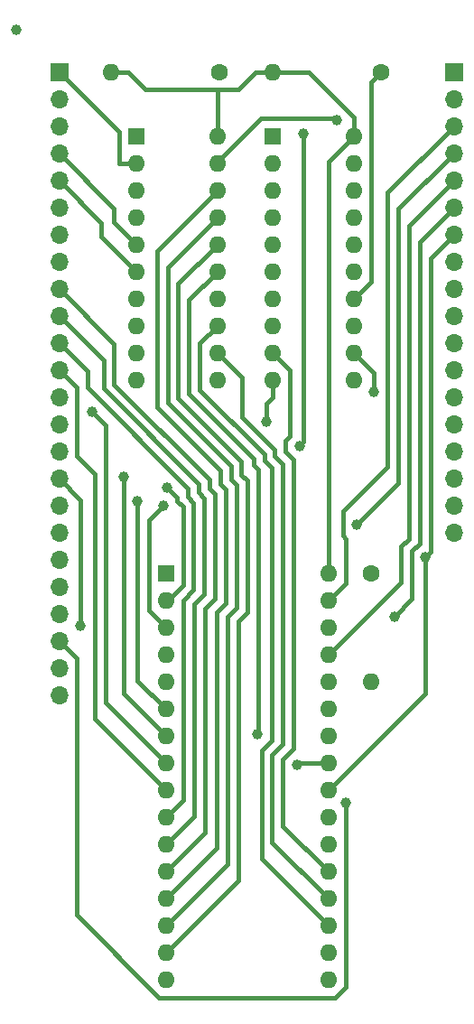
<source format=gbr>
%TF.GenerationSoftware,KiCad,Pcbnew,7.0.2*%
%TF.CreationDate,2023-06-04T09:31:09+01:00*%
%TF.ProjectId,RIO-128K_ZXspectrum_impl_narrow,52494f2d-3132-4384-9b5f-5a5873706563,rev?*%
%TF.SameCoordinates,PX69db9c0PY3ef1480*%
%TF.FileFunction,Copper,L2,Bot*%
%TF.FilePolarity,Positive*%
%FSLAX46Y46*%
G04 Gerber Fmt 4.6, Leading zero omitted, Abs format (unit mm)*
G04 Created by KiCad (PCBNEW 7.0.2) date 2023-06-04 09:31:09*
%MOMM*%
%LPD*%
G01*
G04 APERTURE LIST*
%TA.AperFunction,ComponentPad*%
%ADD10R,1.600000X1.600000*%
%TD*%
%TA.AperFunction,ComponentPad*%
%ADD11O,1.600000X1.600000*%
%TD*%
%TA.AperFunction,ComponentPad*%
%ADD12C,1.600000*%
%TD*%
%TA.AperFunction,ComponentPad*%
%ADD13R,1.700000X1.700000*%
%TD*%
%TA.AperFunction,ComponentPad*%
%ADD14O,1.700000X1.700000*%
%TD*%
%TA.AperFunction,ViaPad*%
%ADD15C,1.000000*%
%TD*%
%TA.AperFunction,Conductor*%
%ADD16C,0.400000*%
%TD*%
G04 APERTURE END LIST*
D10*
%TO.P,RIO_DECODER1,1,A->B*%
%TO.N,Net-(RIO_DECODER1-A->B)*%
X24000000Y-10000000D03*
D11*
%TO.P,RIO_DECODER1,2,A0*%
%TO.N,/RIO-128K_ZXspectrum/ROM_D0*%
X24000000Y-12540000D03*
%TO.P,RIO_DECODER1,3,A1*%
%TO.N,/RIO-128K_ZXspectrum/ROM_D1*%
X24000000Y-15080000D03*
%TO.P,RIO_DECODER1,4,A2*%
%TO.N,/RIO-128K_ZXspectrum/ROM_D2*%
X24000000Y-17620000D03*
%TO.P,RIO_DECODER1,5,A3*%
%TO.N,/RIO-128K_ZXspectrum/ROM_D3*%
X24000000Y-20160000D03*
%TO.P,RIO_DECODER1,6,A4*%
%TO.N,/RIO-128K_ZXspectrum/ROM_D4*%
X24000000Y-22700000D03*
%TO.P,RIO_DECODER1,7,A5*%
%TO.N,/RIO-128K_ZXspectrum/ROM_D5*%
X24000000Y-25240000D03*
%TO.P,RIO_DECODER1,8,A6*%
%TO.N,/RIO-128K_ZXspectrum/ROM_D6*%
X24000000Y-27780000D03*
%TO.P,RIO_DECODER1,9,A7*%
%TO.N,/RIO-128K_ZXspectrum/ROM_D7*%
X24000000Y-30320000D03*
%TO.P,RIO_DECODER1,10,GND*%
%TO.N,GND*%
X24000000Y-32860000D03*
%TO.P,RIO_DECODER1,11,B7*%
%TO.N,/RIO-128K_ZXspectrum/Z80_HARDLOCK_SET*%
X31620000Y-32860000D03*
%TO.P,RIO_DECODER1,12,B6*%
%TO.N,/RIO-128K_ZXspectrum/Z80_HARDLOCK_RESET*%
X31620000Y-30320000D03*
%TO.P,RIO_DECODER1,13,B5*%
%TO.N,/RIO-128K_ZXspectrum/WAIT_IO*%
X31620000Y-27780000D03*
%TO.P,RIO_DECODER1,14,B4*%
%TO.N,/RIO-128K_ZXspectrum/CACHE_DATASTATUS*%
X31620000Y-25240000D03*
%TO.P,RIO_DECODER1,15,B3*%
%TO.N,/RIO-128K_ZXspectrum/CACHE_SEL_3*%
X31620000Y-22700000D03*
%TO.P,RIO_DECODER1,16,B2*%
%TO.N,/RIO-128K_ZXspectrum/CACHE_SEL_2*%
X31620000Y-20160000D03*
%TO.P,RIO_DECODER1,17,B1*%
%TO.N,/RIO-128K_ZXspectrum/CACHE_SEL_1*%
X31620000Y-17620000D03*
%TO.P,RIO_DECODER1,18,B0*%
%TO.N,/RIO-128K_ZXspectrum/CACHE_SEL_0*%
X31620000Y-15080000D03*
%TO.P,RIO_DECODER1,19,CE*%
%TO.N,/RIO-128K_ZXspectrum/PERM_Z80_IORQ*%
X31620000Y-12540000D03*
%TO.P,RIO_DECODER1,20,VCC*%
%TO.N,+5V*%
X31620000Y-10000000D03*
%TD*%
D12*
%TO.P,R3,1*%
%TO.N,/RIO-128K_ZXspectrum/CACHE_DATASTATUS*%
X34160000Y-4000000D03*
D11*
%TO.P,R3,2*%
%TO.N,+5V*%
X24000000Y-4000000D03*
%TD*%
D10*
%TO.P,RIO1,1,NC*%
%TO.N,unconnected-(RIO1-NC-Pad1)*%
X14000000Y-51000000D03*
D11*
%TO.P,RIO1,2,A16*%
%TO.N,/RIO-128K_ZXspectrum/RIO_CONTROL.A16*%
X14000000Y-53540000D03*
%TO.P,RIO1,3,A14*%
%TO.N,/RIO-128K_ZXspectrum/RIO_CONTROL.A14*%
X14000000Y-56080000D03*
%TO.P,RIO1,4,A12*%
%TO.N,/RIO-128K_ZXspectrum/Z80_A12*%
X14000000Y-58620000D03*
%TO.P,RIO1,5,A7*%
%TO.N,/RIO-128K_ZXspectrum/Z80_A7*%
X14000000Y-61160000D03*
%TO.P,RIO1,6,A6*%
%TO.N,/RIO-128K_ZXspectrum/Z80_A6*%
X14000000Y-63700000D03*
%TO.P,RIO1,7,A5*%
%TO.N,/RIO-128K_ZXspectrum/Z80_A5*%
X14000000Y-66240000D03*
%TO.P,RIO1,8,A4*%
%TO.N,/RIO-128K_ZXspectrum/Z80_A4*%
X14000000Y-68780000D03*
%TO.P,RIO1,9,A3*%
%TO.N,/RIO-128K_ZXspectrum/Z80_A3*%
X14000000Y-71320000D03*
%TO.P,RIO1,10,A2*%
%TO.N,/RIO-128K_ZXspectrum/Z80_A2*%
X14000000Y-73860000D03*
%TO.P,RIO1,11,A1*%
%TO.N,/RIO-128K_ZXspectrum/Z80_A1*%
X14000000Y-76400000D03*
%TO.P,RIO1,12,A0*%
%TO.N,/RIO-128K_ZXspectrum/Z80_A0*%
X14000000Y-78940000D03*
%TO.P,RIO1,13,DQ0*%
%TO.N,/RIO-128K_ZXspectrum/ROM_D0*%
X14000000Y-81480000D03*
%TO.P,RIO1,14,DQ1*%
%TO.N,/RIO-128K_ZXspectrum/ROM_D1*%
X14000000Y-84020000D03*
%TO.P,RIO1,15,DQ2*%
%TO.N,/RIO-128K_ZXspectrum/ROM_D2*%
X14000000Y-86560000D03*
%TO.P,RIO1,16,VSS*%
%TO.N,GND*%
X14000000Y-89100000D03*
%TO.P,RIO1,17,DQ3*%
%TO.N,/RIO-128K_ZXspectrum/ROM_D3*%
X29240000Y-89100000D03*
%TO.P,RIO1,18,DQ4*%
%TO.N,/RIO-128K_ZXspectrum/ROM_D4*%
X29240000Y-86560000D03*
%TO.P,RIO1,19,DQ5*%
%TO.N,/RIO-128K_ZXspectrum/ROM_D5*%
X29240000Y-84020000D03*
%TO.P,RIO1,20,DQ6*%
%TO.N,/RIO-128K_ZXspectrum/ROM_D6*%
X29240000Y-81480000D03*
%TO.P,RIO1,21,DQ7*%
%TO.N,/RIO-128K_ZXspectrum/ROM_D7*%
X29240000Y-78940000D03*
%TO.P,RIO1,22,CE#*%
%TO.N,/RIO-128K_ZXspectrum/RIO_CONTROL.CE*%
X29240000Y-76400000D03*
%TO.P,RIO1,23,A10*%
%TO.N,/RIO-128K_ZXspectrum/Z80_A10*%
X29240000Y-73860000D03*
%TO.P,RIO1,24,OE#*%
%TO.N,/RIO-128K_ZXspectrum/RIO_CONTROL.OE*%
X29240000Y-71320000D03*
%TO.P,RIO1,25,A11*%
%TO.N,/RIO-128K_ZXspectrum/Z80_A11*%
X29240000Y-68780000D03*
%TO.P,RIO1,26,A9*%
%TO.N,/RIO-128K_ZXspectrum/Z80_A9*%
X29240000Y-66240000D03*
%TO.P,RIO1,27,A8*%
%TO.N,/RIO-128K_ZXspectrum/Z80_A8*%
X29240000Y-63700000D03*
%TO.P,RIO1,28,A13*%
%TO.N,/RIO-128K_ZXspectrum/Z80_A13*%
X29240000Y-61160000D03*
%TO.P,RIO1,29,WE#*%
%TO.N,/RIO-128K_ZXspectrum/RIO_CONTROL.WE*%
X29240000Y-58620000D03*
%TO.P,RIO1,30,CE2#*%
%TO.N,/RIO-128K_ZXspectrum/RIO_CE2*%
X29240000Y-56080000D03*
%TO.P,RIO1,31,A15*%
%TO.N,/RIO-128K_ZXspectrum/RIO_CONTROL.A15*%
X29240000Y-53540000D03*
%TO.P,RIO1,32,VCC*%
%TO.N,+5V*%
X29240000Y-51000000D03*
%TD*%
D10*
%TO.P,Z80-RIO_DATA1,1,A->B*%
%TO.N,/RIO-128K_ZXspectrum/RIO_CONTROL.OE*%
X11200000Y-10000000D03*
D11*
%TO.P,Z80-RIO_DATA1,2,A0*%
%TO.N,/RIO-128K_ZXspectrum/Z80_D0*%
X11200000Y-12540000D03*
%TO.P,Z80-RIO_DATA1,3,A1*%
%TO.N,/RIO-128K_ZXspectrum/Z80_D1*%
X11200000Y-15080000D03*
%TO.P,Z80-RIO_DATA1,4,A2*%
%TO.N,/RIO-128K_ZXspectrum/Z80_D2*%
X11200000Y-17620000D03*
%TO.P,Z80-RIO_DATA1,5,A3*%
%TO.N,/RIO-128K_ZXspectrum/Z80_D3*%
X11200000Y-20160000D03*
%TO.P,Z80-RIO_DATA1,6,A4*%
%TO.N,/RIO-128K_ZXspectrum/Z80_D4*%
X11200000Y-22700000D03*
%TO.P,Z80-RIO_DATA1,7,A5*%
%TO.N,/RIO-128K_ZXspectrum/Z80_D5*%
X11200000Y-25240000D03*
%TO.P,Z80-RIO_DATA1,8,A6*%
%TO.N,/RIO-128K_ZXspectrum/Z80_D6*%
X11200000Y-27780000D03*
%TO.P,Z80-RIO_DATA1,9,A7*%
%TO.N,/RIO-128K_ZXspectrum/Z80_D7*%
X11200000Y-30320000D03*
%TO.P,Z80-RIO_DATA1,10,GND*%
%TO.N,GND*%
X11200000Y-32860000D03*
%TO.P,Z80-RIO_DATA1,11,B7*%
%TO.N,/RIO-128K_ZXspectrum/ROM_D7*%
X18820000Y-32860000D03*
%TO.P,Z80-RIO_DATA1,12,B6*%
%TO.N,/RIO-128K_ZXspectrum/ROM_D6*%
X18820000Y-30320000D03*
%TO.P,Z80-RIO_DATA1,13,B5*%
%TO.N,/RIO-128K_ZXspectrum/ROM_D5*%
X18820000Y-27780000D03*
%TO.P,Z80-RIO_DATA1,14,B4*%
%TO.N,/RIO-128K_ZXspectrum/ROM_D4*%
X18820000Y-25240000D03*
%TO.P,Z80-RIO_DATA1,15,B3*%
%TO.N,/RIO-128K_ZXspectrum/ROM_D3*%
X18820000Y-22700000D03*
%TO.P,Z80-RIO_DATA1,16,B2*%
%TO.N,/RIO-128K_ZXspectrum/ROM_D2*%
X18820000Y-20160000D03*
%TO.P,Z80-RIO_DATA1,17,B1*%
%TO.N,/RIO-128K_ZXspectrum/ROM_D1*%
X18820000Y-17620000D03*
%TO.P,Z80-RIO_DATA1,18,B0*%
%TO.N,/RIO-128K_ZXspectrum/ROM_D0*%
X18820000Y-15080000D03*
%TO.P,Z80-RIO_DATA1,19,CE*%
%TO.N,/RIO-128K_ZXspectrum/RIO_CONTROL.ROM_RDY*%
X18820000Y-12540000D03*
%TO.P,Z80-RIO_DATA1,20,VCC*%
%TO.N,+5V*%
X18820000Y-10000000D03*
%TD*%
D13*
%TO.P,J1,1,Pin_1*%
%TO.N,/RIO-128K_ZXspectrum/Z80_D0*%
X4000000Y-4000000D03*
D14*
%TO.P,J1,2,Pin_2*%
%TO.N,/RIO-128K_ZXspectrum/Z80_D1*%
X4000000Y-6540000D03*
%TO.P,J1,3,Pin_3*%
%TO.N,/RIO-128K_ZXspectrum/Z80_D2*%
X4000000Y-9080000D03*
%TO.P,J1,4,Pin_4*%
%TO.N,/RIO-128K_ZXspectrum/Z80_D3*%
X4000000Y-11620000D03*
%TO.P,J1,5,Pin_5*%
%TO.N,/RIO-128K_ZXspectrum/Z80_D4*%
X4000000Y-14160000D03*
%TO.P,J1,6,Pin_6*%
%TO.N,/RIO-128K_ZXspectrum/Z80_D5*%
X4000000Y-16700000D03*
%TO.P,J1,7,Pin_7*%
%TO.N,/RIO-128K_ZXspectrum/Z80_D6*%
X4000000Y-19240000D03*
%TO.P,J1,8,Pin_8*%
%TO.N,/RIO-128K_ZXspectrum/Z80_D7*%
X4000000Y-21780000D03*
%TO.P,J1,9,Pin_9*%
%TO.N,/RIO-128K_ZXspectrum/Z80_A0*%
X4000000Y-24320000D03*
%TO.P,J1,10,Pin_10*%
%TO.N,/RIO-128K_ZXspectrum/Z80_A1*%
X4000000Y-26860000D03*
%TO.P,J1,11,Pin_11*%
%TO.N,/RIO-128K_ZXspectrum/Z80_A2*%
X4000000Y-29400000D03*
%TO.P,J1,12,Pin_12*%
%TO.N,/RIO-128K_ZXspectrum/Z80_A3*%
X4000000Y-31940000D03*
%TO.P,J1,13,Pin_13*%
%TO.N,/RIO-128K_ZXspectrum/Z80_A4*%
X4000000Y-34480000D03*
%TO.P,J1,14,Pin_14*%
%TO.N,/RIO-128K_ZXspectrum/Z80_A5*%
X4000000Y-37020000D03*
%TO.P,J1,15,Pin_15*%
%TO.N,/RIO-128K_ZXspectrum/Z80_A6*%
X4000000Y-39560000D03*
%TO.P,J1,16,Pin_16*%
%TO.N,/RIO-128K_ZXspectrum/Z80_A7*%
X4000000Y-42100000D03*
%TO.P,J1,17,Pin_17*%
%TO.N,/RIO-128K_ZXspectrum/Z80_A8*%
X4000000Y-44640000D03*
%TO.P,J1,18,Pin_18*%
%TO.N,/RIO-128K_ZXspectrum/Z80_A9*%
X4000000Y-47180000D03*
%TO.P,J1,19,Pin_19*%
%TO.N,/RIO-128K_ZXspectrum/Z80_A10*%
X4000000Y-49720000D03*
%TO.P,J1,20,Pin_20*%
%TO.N,/RIO-128K_ZXspectrum/Z80_A11*%
X4000000Y-52260000D03*
%TO.P,J1,21,Pin_21*%
%TO.N,/RIO-128K_ZXspectrum/Z80_A12*%
X4000000Y-54800000D03*
%TO.P,J1,22,Pin_22*%
%TO.N,/RIO-128K_ZXspectrum/Z80_A13*%
X4000000Y-57340000D03*
%TO.P,J1,23,Pin_23*%
%TO.N,/RIO-128K_ZXspectrum/Z80_A14*%
X4000000Y-59880000D03*
%TO.P,J1,24,Pin_24*%
%TO.N,/RIO-128K_ZXspectrum/Z80_A15*%
X4000000Y-62420000D03*
%TD*%
D13*
%TO.P,J2,1,Pin_1*%
%TO.N,+5V*%
X41000000Y-4000000D03*
D14*
%TO.P,J2,2,Pin_2*%
%TO.N,/RIO-128K_ZXspectrum/RIO_CONTROL.A16*%
X41000000Y-6540000D03*
%TO.P,J2,3,Pin_3*%
%TO.N,/RIO-128K_ZXspectrum/RIO_CONTROL.A15*%
X41000000Y-9080000D03*
%TO.P,J2,4,Pin_4*%
%TO.N,/RIO-128K_ZXspectrum/RIO_CONTROL.A14*%
X41000000Y-11620000D03*
%TO.P,J2,5,Pin_5*%
%TO.N,/RIO-128K_ZXspectrum/RIO_CONTROL.WE*%
X41000000Y-14160000D03*
%TO.P,J2,6,Pin_6*%
%TO.N,/RIO-128K_ZXspectrum/RIO_CONTROL.CE*%
X41000000Y-16700000D03*
%TO.P,J2,7,Pin_7*%
%TO.N,/RIO-128K_ZXspectrum/RIO_CONTROL.OE*%
X41000000Y-19240000D03*
%TO.P,J2,8,Pin_8*%
%TO.N,/RIO-128K_ZXspectrum/RIO_CONTROL.ROM_RDY*%
X41000000Y-21780000D03*
%TO.P,J2,9,Pin_9*%
%TO.N,/RIO-128K_ZXspectrum/CACHE_SEL_0*%
X41000000Y-24320000D03*
%TO.P,J2,10,Pin_10*%
%TO.N,/RIO-128K_ZXspectrum/CACHE_SEL_1*%
X41000000Y-26860000D03*
%TO.P,J2,11,Pin_11*%
%TO.N,/RIO-128K_ZXspectrum/CACHE_SEL_2*%
X41000000Y-29400000D03*
%TO.P,J2,12,Pin_12*%
%TO.N,/RIO-128K_ZXspectrum/CACHE_SEL_3*%
X41000000Y-31940000D03*
%TO.P,J2,13,Pin_13*%
%TO.N,/RIO-128K_ZXspectrum/CACHE_DATASTATUS*%
X41000000Y-34480000D03*
%TO.P,J2,14,Pin_14*%
%TO.N,/RIO-128K_ZXspectrum/WAIT_IO*%
X41000000Y-37020000D03*
%TO.P,J2,15,Pin_15*%
%TO.N,/RIO-128K_ZXspectrum/Z80_HARDLOCK_RESET*%
X41000000Y-39560000D03*
%TO.P,J2,16,Pin_16*%
%TO.N,/RIO-128K_ZXspectrum/Z80_HARDLOCK_SET*%
X41000000Y-42100000D03*
%TO.P,J2,17,Pin_17*%
%TO.N,/RIO-128K_ZXspectrum/PERM_Z80_IORQ*%
X41000000Y-44640000D03*
%TO.P,J2,18,Pin_18*%
%TO.N,GND*%
X41000000Y-47180000D03*
%TD*%
D12*
%TO.P,R1,1*%
%TO.N,+5V*%
X33240000Y-51000000D03*
D11*
%TO.P,R1,2*%
%TO.N,/RIO-128K_ZXspectrum/RIO_CE2*%
X33240000Y-61160000D03*
%TD*%
D12*
%TO.P,R2,1*%
%TO.N,Net-(RIO_DECODER1-A->B)*%
X19000000Y-4000000D03*
D11*
%TO.P,R2,2*%
%TO.N,+5V*%
X8840000Y-4000000D03*
%TD*%
D15*
%TO.N,*%
X0Y0D03*
%TO.N,/RIO-128K_ZXspectrum/Z80_A4*%
X7098500Y-35876100D03*
%TO.N,/RIO-128K_ZXspectrum/Z80_A5*%
X10009400Y-41909400D03*
%TO.N,/RIO-128K_ZXspectrum/Z80_A6*%
X11335500Y-44185300D03*
%TO.N,/RIO-128K_ZXspectrum/Z80_A7*%
X5997900Y-55942400D03*
%TO.N,/RIO-128K_ZXspectrum/Z80_A11*%
X26263200Y-68947100D03*
%TO.N,/RIO-128K_ZXspectrum/Z80_A13*%
X30840100Y-72466600D03*
%TO.N,/RIO-128K_ZXspectrum/RIO_CONTROL.A16*%
X14142500Y-42964200D03*
X26924900Y-9755800D03*
X26520700Y-39057100D03*
%TO.N,/RIO-128K_ZXspectrum/RIO_CONTROL.A14*%
X13775900Y-44606400D03*
X31924200Y-46416300D03*
%TO.N,GND*%
X23419400Y-36769700D03*
%TO.N,/RIO-128K_ZXspectrum/ROM_D3*%
X22612000Y-66048100D03*
%TO.N,/RIO-128K_ZXspectrum/RIO_CONTROL.CE*%
X35404700Y-55035800D03*
%TO.N,/RIO-128K_ZXspectrum/RIO_CONTROL.OE*%
X38349000Y-49439800D03*
%TO.N,/RIO-128K_ZXspectrum/Z80_HARDLOCK_RESET*%
X33490800Y-33984900D03*
%TO.N,/RIO-128K_ZXspectrum/RIO_CONTROL.ROM_RDY*%
X30034700Y-8531000D03*
%TD*%
D16*
%TO.N,/RIO-128K_ZXspectrum/Z80_D0*%
X11200000Y-12540000D02*
X9599900Y-12540000D01*
X4000000Y-4000000D02*
X9599900Y-9599900D01*
X9599900Y-9599900D02*
X9599900Y-12540000D01*
%TO.N,/RIO-128K_ZXspectrum/Z80_D3*%
X4000000Y-11620000D02*
X9134700Y-16754700D01*
X9134700Y-16754700D02*
X9134700Y-18094700D01*
X9134700Y-18094700D02*
X11200000Y-20160000D01*
%TO.N,/RIO-128K_ZXspectrum/Z80_D4*%
X7941700Y-19441700D02*
X11200000Y-22700000D01*
X7941700Y-18101700D02*
X7941700Y-19441700D01*
X4000000Y-14160000D02*
X7941700Y-18101700D01*
%TO.N,/RIO-128K_ZXspectrum/Z80_A0*%
X9150700Y-33261000D02*
X9150700Y-29470700D01*
X18624200Y-43542000D02*
X18076400Y-42994200D01*
X18624200Y-53350200D02*
X18624200Y-43542000D01*
X18076400Y-42186700D02*
X9150700Y-33261000D01*
X17674900Y-54299500D02*
X18624200Y-53350200D01*
X9150700Y-29470700D02*
X4000000Y-24320000D01*
X14000000Y-78940000D02*
X17674900Y-75265100D01*
X18076400Y-42994200D02*
X18076400Y-42186700D01*
X17674900Y-75265100D02*
X17674900Y-54299500D01*
%TO.N,/RIO-128K_ZXspectrum/Z80_A1*%
X17076300Y-42600900D02*
X8150600Y-33675200D01*
X8150600Y-31010600D02*
X4000000Y-26860000D01*
X8150600Y-33675200D02*
X8150600Y-31010600D01*
X16647700Y-73752300D02*
X16647700Y-53912400D01*
X14000000Y-76400000D02*
X16647700Y-73752300D01*
X17600300Y-43932400D02*
X17076300Y-43408400D01*
X17076300Y-43408400D02*
X17076300Y-42600900D01*
X16647700Y-53912400D02*
X17600300Y-52959800D01*
X17600300Y-52959800D02*
X17600300Y-43932400D01*
%TO.N,/RIO-128K_ZXspectrum/Z80_A2*%
X15623900Y-72236100D02*
X15623900Y-53521900D01*
X14000000Y-73860000D02*
X15623900Y-72236100D01*
X16076200Y-43822600D02*
X16076200Y-43015100D01*
X6650300Y-33589200D02*
X6650300Y-32050300D01*
X16076200Y-43015100D02*
X6650300Y-33589200D01*
X6650300Y-32050300D02*
X4000000Y-29400000D01*
X16600200Y-44346600D02*
X16076200Y-43822600D01*
X16600200Y-52545600D02*
X16600200Y-44346600D01*
X15623900Y-53521900D02*
X16600200Y-52545600D01*
%TO.N,/RIO-128K_ZXspectrum/Z80_A3*%
X5650200Y-33590200D02*
X5650200Y-40012000D01*
X7321900Y-64641900D02*
X14000000Y-71320000D01*
X7321900Y-41683700D02*
X7321900Y-64641900D01*
X4000000Y-31940000D02*
X5650200Y-33590200D01*
X5650200Y-40012000D02*
X7321900Y-41683700D01*
%TO.N,/RIO-128K_ZXspectrum/Z80_A4*%
X14000000Y-68780000D02*
X8346000Y-63126000D01*
X8346000Y-37123600D02*
X7098500Y-35876100D01*
X8346000Y-63126000D02*
X8346000Y-37123600D01*
%TO.N,/RIO-128K_ZXspectrum/Z80_A5*%
X14000000Y-66240000D02*
X10009400Y-62249400D01*
X10009400Y-62249400D02*
X10009400Y-41909400D01*
%TO.N,/RIO-128K_ZXspectrum/Z80_A6*%
X11335500Y-61035500D02*
X11335500Y-44185300D01*
X14000000Y-63700000D02*
X11335500Y-61035500D01*
%TO.N,/RIO-128K_ZXspectrum/Z80_A7*%
X4000000Y-42100000D02*
X5997900Y-44097900D01*
X5997900Y-44097900D02*
X5997900Y-55942400D01*
%TO.N,/RIO-128K_ZXspectrum/Z80_A11*%
X26430300Y-68780000D02*
X29240000Y-68780000D01*
X26263200Y-68947100D02*
X26430300Y-68780000D01*
%TO.N,/RIO-128K_ZXspectrum/Z80_A13*%
X5650200Y-83022300D02*
X13382000Y-90754100D01*
X13382000Y-90754100D02*
X29873900Y-90754100D01*
X30840100Y-89787900D02*
X30840100Y-72466600D01*
X5650200Y-58990200D02*
X5650200Y-83022300D01*
X4000000Y-57340000D02*
X5650200Y-58990200D01*
X29873900Y-90754100D02*
X30840100Y-89787900D01*
%TO.N,+5V*%
X18820000Y-5602200D02*
X12042300Y-5602200D01*
X27372800Y-4000000D02*
X24000000Y-4000000D01*
X24000000Y-4000000D02*
X22399900Y-4000000D01*
X18820000Y-5602200D02*
X18820000Y-10000000D01*
X31620000Y-8247200D02*
X27372800Y-4000000D01*
X31620000Y-8399900D02*
X31620000Y-8247200D01*
X20797700Y-5602200D02*
X18820000Y-5602200D01*
X29240000Y-12380000D02*
X31620000Y-10000000D01*
X29240000Y-51000000D02*
X29240000Y-49399900D01*
X8840000Y-4000000D02*
X10440100Y-4000000D01*
X31620000Y-9671700D02*
X31620000Y-10000000D01*
X12042300Y-5602200D02*
X10440100Y-4000000D01*
X22399900Y-4000000D02*
X20797700Y-5602200D01*
X31620000Y-9671700D02*
X31620000Y-8399900D01*
X29240000Y-49399900D02*
X29240000Y-12380000D01*
%TO.N,/RIO-128K_ZXspectrum/CACHE_DATASTATUS*%
X33220200Y-23639800D02*
X33220200Y-4939800D01*
X33220200Y-4939800D02*
X34160000Y-4000000D01*
X31620000Y-25240000D02*
X33220200Y-23639800D01*
%TO.N,/RIO-128K_ZXspectrum/RIO_CONTROL.A16*%
X26520700Y-39057100D02*
X26924900Y-38652900D01*
X15076100Y-43897800D02*
X14142500Y-42964200D01*
X26924900Y-38652900D02*
X26924900Y-9755800D01*
X15076100Y-44236800D02*
X15076100Y-43897800D01*
X14191500Y-53540000D02*
X15600100Y-52131400D01*
X15600100Y-44760800D02*
X15076100Y-44236800D01*
X14000000Y-53540000D02*
X14191500Y-53540000D01*
X15600100Y-52131400D02*
X15600100Y-44760800D01*
%TO.N,/RIO-128K_ZXspectrum/RIO_CONTROL.A14*%
X31924200Y-46416300D02*
X35791000Y-42549500D01*
X12399900Y-54479900D02*
X14000000Y-56080000D01*
X35791000Y-16829000D02*
X41000000Y-11620000D01*
X13775900Y-44606400D02*
X12399900Y-45982400D01*
X12399900Y-45982400D02*
X12399900Y-54479900D01*
X35791000Y-42549500D02*
X35791000Y-16829000D01*
%TO.N,/RIO-128K_ZXspectrum/ROM_D0*%
X19624300Y-53764400D02*
X19624300Y-43127800D01*
X13151500Y-35412100D02*
X13151500Y-20748500D01*
X18734900Y-76745100D02*
X18734900Y-54653800D01*
X18734900Y-54653800D02*
X19624300Y-53764400D01*
X13151500Y-20748500D02*
X18820000Y-15080000D01*
X14000000Y-81480000D02*
X18734900Y-76745100D01*
X19076500Y-42580000D02*
X19076500Y-41337100D01*
X19624300Y-43127800D02*
X19076500Y-42580000D01*
X19076500Y-41337100D02*
X13151500Y-35412100D01*
%TO.N,/RIO-128K_ZXspectrum/ROM_D1*%
X20624400Y-54178600D02*
X20624400Y-42713600D01*
X20076600Y-42165800D02*
X20076600Y-40922800D01*
X14151600Y-22288400D02*
X18820000Y-17620000D01*
X20624400Y-42713600D02*
X20076600Y-42165800D01*
X14151600Y-34997800D02*
X14151600Y-22288400D01*
X14000000Y-84020000D02*
X19753800Y-78266200D01*
X19753800Y-78266200D02*
X19753800Y-55049200D01*
X20076600Y-40922800D02*
X14151600Y-34997800D01*
X19753800Y-55049200D02*
X20624400Y-54178600D01*
%TO.N,/RIO-128K_ZXspectrum/ROM_D2*%
X15151700Y-23828300D02*
X18820000Y-20160000D01*
X21624500Y-54592800D02*
X21624500Y-42299400D01*
X20753900Y-79806100D02*
X20753900Y-55463400D01*
X21076700Y-40508600D02*
X15151700Y-34583600D01*
X20753900Y-55463400D02*
X21624500Y-54592800D01*
X14000000Y-86560000D02*
X20753900Y-79806100D01*
X21076700Y-41751600D02*
X21076700Y-40508600D01*
X15151700Y-34583600D02*
X15151700Y-23828300D01*
X21624500Y-42299400D02*
X21076700Y-41751600D01*
%TO.N,GND*%
X24000000Y-32860000D02*
X24000000Y-34460100D01*
X23419400Y-36769700D02*
X23419400Y-35040700D01*
X23419400Y-35040700D02*
X24000000Y-34460100D01*
%TO.N,/RIO-128K_ZXspectrum/ROM_D3*%
X22220300Y-40237900D02*
X16151800Y-34169400D01*
X22624600Y-66035500D02*
X22624600Y-41242500D01*
X16151800Y-25368200D02*
X18820000Y-22700000D01*
X22612000Y-66048100D02*
X22624600Y-66035500D01*
X22624600Y-41242500D02*
X22220300Y-40838200D01*
X16151800Y-34169400D02*
X16151800Y-25368200D01*
X22220300Y-40838200D02*
X22220300Y-40237900D01*
%TO.N,/RIO-128K_ZXspectrum/ROM_D5*%
X17174200Y-33777500D02*
X23220400Y-39823700D01*
X17174200Y-29425800D02*
X17174200Y-33777500D01*
X23220400Y-40424000D02*
X23924600Y-41128200D01*
X18820000Y-27780000D02*
X17174200Y-29425800D01*
X22962800Y-77742800D02*
X29240000Y-84020000D01*
X23924600Y-41128200D02*
X23924600Y-66618400D01*
X23220400Y-39823700D02*
X23220400Y-40424000D01*
X22962800Y-67580200D02*
X22962800Y-77742800D01*
X23924600Y-66618400D02*
X22962800Y-67580200D01*
%TO.N,/RIO-128K_ZXspectrum/ROM_D6*%
X21122600Y-32622600D02*
X21122600Y-36311600D01*
X24924700Y-67032600D02*
X23962900Y-67994400D01*
X23962900Y-76202900D02*
X29240000Y-81480000D01*
X24924700Y-40714000D02*
X24924700Y-67032600D01*
X21122600Y-36311600D02*
X24220500Y-39409500D01*
X24220500Y-40009800D02*
X24924700Y-40714000D01*
X23962900Y-67994400D02*
X23962900Y-76202900D01*
X24220500Y-39409500D02*
X24220500Y-40009800D01*
X18820000Y-30320000D02*
X21122600Y-32622600D01*
%TO.N,/RIO-128K_ZXspectrum/ROM_D7*%
X25220600Y-39595600D02*
X25924800Y-40299800D01*
X25220600Y-38518600D02*
X25220600Y-39595600D01*
X25924800Y-67446800D02*
X24963100Y-68408500D01*
X25924800Y-40299800D02*
X25924800Y-67446800D01*
X25605700Y-38133500D02*
X25220600Y-38518600D01*
X24963100Y-74663100D02*
X29240000Y-78940000D01*
X24000000Y-30320000D02*
X25605700Y-31925700D01*
X25605700Y-31925700D02*
X25605700Y-38133500D01*
X24963100Y-68408500D02*
X24963100Y-74663100D01*
%TO.N,/RIO-128K_ZXspectrum/RIO_CONTROL.CE*%
X41000000Y-16700000D02*
X37791200Y-19908800D01*
X37791200Y-48159000D02*
X37048900Y-48901300D01*
X37048900Y-48901300D02*
X37048900Y-53391600D01*
X37048900Y-53391600D02*
X35404700Y-55035800D01*
X37791200Y-19908800D02*
X37791200Y-48159000D01*
%TO.N,/RIO-128K_ZXspectrum/RIO_CONTROL.OE*%
X38349000Y-49439800D02*
X38349000Y-62211000D01*
X38791300Y-48997500D02*
X38349000Y-49439800D01*
X38349000Y-62211000D02*
X29240000Y-71320000D01*
X41000000Y-19240000D02*
X38791300Y-21448700D01*
X38791300Y-21448700D02*
X38791300Y-48997500D01*
%TO.N,/RIO-128K_ZXspectrum/RIO_CONTROL.WE*%
X41000000Y-14160000D02*
X36791100Y-18368900D01*
X36048800Y-48487100D02*
X36048800Y-51811200D01*
X36791100Y-18368900D02*
X36791100Y-47744800D01*
X36791100Y-47744800D02*
X36048800Y-48487100D01*
X36048800Y-51811200D02*
X29240000Y-58620000D01*
%TO.N,/RIO-128K_ZXspectrum/RIO_CONTROL.A15*%
X29240000Y-53540000D02*
X30893800Y-51886200D01*
X30624000Y-47468700D02*
X30624000Y-45151500D01*
X34790900Y-40984600D02*
X34790900Y-15289100D01*
X30624000Y-45151500D02*
X34790900Y-40984600D01*
X30893800Y-51886200D02*
X30893800Y-47738500D01*
X30893800Y-47738500D02*
X30624000Y-47468700D01*
X34790900Y-15289100D02*
X41000000Y-9080000D01*
%TO.N,/RIO-128K_ZXspectrum/Z80_HARDLOCK_RESET*%
X33490800Y-33984900D02*
X33490800Y-32190800D01*
X33490800Y-32190800D02*
X31620000Y-30320000D01*
%TO.N,/RIO-128K_ZXspectrum/RIO_CONTROL.ROM_RDY*%
X18820000Y-12414100D02*
X22886300Y-8347800D01*
X22886300Y-8347800D02*
X29851500Y-8347800D01*
X29851500Y-8347800D02*
X30034700Y-8531000D01*
X18820000Y-12540000D02*
X18820000Y-12414100D01*
%TD*%
M02*

</source>
